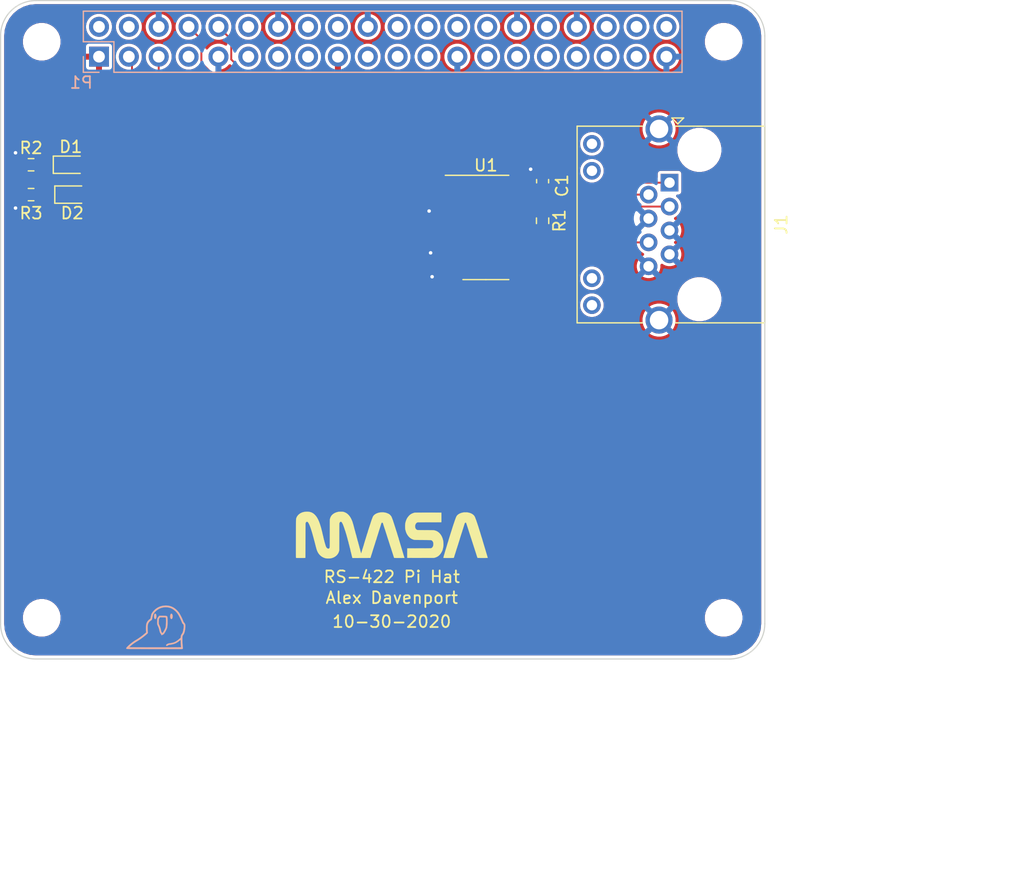
<source format=kicad_pcb>
(kicad_pcb (version 20171130) (host pcbnew "(5.1.7)-1")
  (title_block (date "15 nov 2012"))
  (layers (0 F.Cu signal) (31 B.Cu signal) (34 B.Paste user) (35 F.Paste user) (36 B.SilkS user) (37 F.SilkS user) (38 B.Mask user) (39 F.Mask user) (44 Edge.Cuts user))
  (net 0 "")
  (net 1 +3V3)
  (net 2 GND)
  (net 3 "/GPIO14(TXD0)")
  (net 4 "/GPIO15(RXD0)")
  (net 5 /RX_P)
  (net 6 /TX_N)
  (net 7 /RX_N)
  (net 8 /TX_P)
  (net 9 /LED1)
  (net 10 "Net-(D1-Pad1)")
  (net 11 /LED2)
  (net 12 "Net-(D2-Pad1)")
  (module davenport_kicad_footprints:parrot (layer B.Cu) (at 213.208 147.333 180)
    (fp_text reference G*** hide)
    (fp_text value LOGO hide)
  )
  (module davenport_kicad_footprints:logowname (layer F.Cu) (at 233.274 139.459)
    (fp_text reference G*** hide)
    (fp_text value LOGO hide)
    (fp_text user "RS-422 Pi Hat" (at 0 3.556) (layer F.SilkS))
    (fp_text user "Alex Davenport" (at 0 5.334) (layer F.SilkS))
    (fp_text user 10-30-2020 (at 0 7.366) (layer F.SilkS))
  )
  (module Resistor_SMD:R_0603_1608Metric (layer F.Cu) (at 202.594 110.503)
    (fp_text reference R3 (at 0 1.581) (layer F.SilkS))
    (fp_text value 1k)
    (pad 2 smd roundrect (at 0.825 0) (size 0.8 0.95) (layers F.Cu F.Paste F.Mask) (net 12 "Net-(D2-Pad1)"))
    (pad 1 smd roundrect (at -0.825 0) (size 0.8 0.95) (layers F.Cu F.Paste F.Mask) (net 2 GND))
  )
  (module Resistor_SMD:R_0603_1608Metric (layer F.Cu) (at 202.594 107.963)
    (fp_text reference R2 (at 0 -1.43) (layer F.SilkS))
    (fp_text value 1k)
    (pad 2 smd roundrect (at 0.825 0) (size 0.8 0.95) (layers F.Cu F.Paste F.Mask) (net 10 "Net-(D1-Pad1)"))
    (pad 1 smd roundrect (at -0.825 0) (size 0.8 0.95) (layers F.Cu F.Paste F.Mask) (net 2 GND))
  )
  (module LED_SMD:LED_0603_1608Metric (layer F.Cu) (at 206.096 110.503)
    (fp_text reference D2 (at 0 1.574) (layer F.SilkS))
    (fp_text value LED)
    (pad 2 smd roundrect (at 0.7875 0) (size 0.875 0.95) (layers F.Cu F.Paste F.Mask) (net 11 /LED2))
    (pad 1 smd roundrect (at -0.7875 0) (size 0.875 0.95) (layers F.Cu F.Paste F.Mask) (net 12 "Net-(D2-Pad1)"))
  )
  (module LED_SMD:LED_0603_1608Metric (layer F.Cu) (at 205.969 107.963)
    (fp_text reference D1 (at 0 -1.524) (layer F.SilkS))
    (fp_text value LED)
    (pad 2 smd roundrect (at 0.7875 0) (size 0.875 0.95) (layers F.Cu F.Paste F.Mask) (net 9 /LED1))
    (pad 1 smd roundrect (at -0.7875 0) (size 0.875 0.95) (layers F.Cu F.Paste F.Mask) (net 10 "Net-(D1-Pad1)"))
  )
  (module Package_SO:SOIC-14_3.9x8.7mm_P1.27mm (layer F.Cu) (at 241.275 113.297)
    (fp_text reference U1 (at 0 -5.28) (layer F.SilkS))
    (fp_text value MAX3491)
    (pad 14 smd roundrect (at 2.475 -3.81) (size 1.95 0.6) (layers F.Cu F.Paste F.Mask) (net 1 +3V3))
    (pad 13 smd roundrect (at 2.475 -2.54) (size 1.95 0.6) (layers F.Cu F.Paste F.Mask) (net 1 +3V3))
    (pad 12 smd roundrect (at 2.475 -1.27) (size 1.95 0.6) (layers F.Cu F.Paste F.Mask) (net 5 /RX_P))
    (pad 11 smd roundrect (at 2.475 0) (size 1.95 0.6) (layers F.Cu F.Paste F.Mask) (net 7 /RX_N))
    (pad 10 smd roundrect (at 2.475 1.27) (size 1.95 0.6) (layers F.Cu F.Paste F.Mask) (net 6 /TX_N))
    (pad 9 smd roundrect (at 2.475 2.54) (size 1.95 0.6) (layers F.Cu F.Paste F.Mask) (net 8 /TX_P))
    (pad 8 smd roundrect (at 2.475 3.81) (size 1.95 0.6) (layers F.Cu F.Paste F.Mask))
    (pad 7 smd roundrect (at -2.475 3.81) (size 1.95 0.6) (layers F.Cu F.Paste F.Mask) (net 2 GND))
    (pad 6 smd roundrect (at -2.475 2.54) (size 1.95 0.6) (layers F.Cu F.Paste F.Mask) (net 2 GND))
    (pad 5 smd roundrect (at -2.475 1.27) (size 1.95 0.6) (layers F.Cu F.Paste F.Mask) (net 3 "/GPIO14(TXD0)"))
    (pad 4 smd roundrect (at -2.475 0) (size 1.95 0.6) (layers F.Cu F.Paste F.Mask) (net 1 +3V3))
    (pad 3 smd roundrect (at -2.475 -1.27) (size 1.95 0.6) (layers F.Cu F.Paste F.Mask) (net 2 GND))
    (pad 2 smd roundrect (at -2.475 -2.54) (size 1.95 0.6) (layers F.Cu F.Paste F.Mask) (net 4 "/GPIO15(RXD0)"))
    (pad 1 smd roundrect (at -2.475 -3.81) (size 1.95 0.6) (layers F.Cu F.Paste F.Mask))
  )
  (module Resistor_SMD:R_0603_1608Metric (layer F.Cu) (at 246.101 112.726 270)
    (fp_text reference R1 (at 0 -1.43 90) (layer F.SilkS))
    (fp_text value 100)
    (pad 2 smd roundrect (at 0.825 0 270) (size 0.8 0.95) (layers F.Cu F.Paste F.Mask) (net 7 /RX_N))
    (pad 1 smd roundrect (at -0.825 0 270) (size 0.8 0.95) (layers F.Cu F.Paste F.Mask) (net 5 /RX_P))
  )
  (module Connector_RJ:RJ45_Amphenol_RJHSE538X (layer F.Cu) (at 256.896 109.487 270)
    (fp_text reference J1 (at 3.56 -9.5 90) (layer F.SilkS))
    (fp_text value RJ45)
    (pad 12 thru_hole circle (at 10.42 6.6 270) (size 1.5 1.5) (drill 0.89) (layers *.Cu *.Mask))
    (pad 11 thru_hole circle (at 8.13 6.6 270) (size 1.5 1.5) (drill 0.89) (layers *.Cu *.Mask))
    (pad 10 thru_hole circle (at -1.01 6.6 270) (size 1.5 1.5) (drill 0.89) (layers *.Cu *.Mask))
    (pad 9 thru_hole circle (at -3.3 6.6 270) (size 1.5 1.5) (drill 0.89) (layers *.Cu *.Mask))
    (pad SH thru_hole circle (at -4.57 0.89 270) (size 2.3 2.3) (drill 1.57) (layers *.Cu *.Mask) (net 2 GND))
    (pad SH thru_hole circle (at 11.69 0.89 270) (size 2.3 2.3) (drill 1.57) (layers *.Cu *.Mask) (net 2 GND))
    (pad "" np_thru_hole circle (at 9.91 -2.54 270) (size 3.25 3.25) (drill 3.25) (layers *.Cu *.Mask))
    (pad "" np_thru_hole circle (at -2.79 -2.54 270) (size 3.25 3.25) (drill 3.25) (layers *.Cu *.Mask))
    (pad 8 thru_hole circle (at 7.112 1.78 270) (size 1.5 1.5) (drill 0.89) (layers *.Cu *.Mask) (net 2 GND))
    (pad 6 thru_hole circle (at 5.08 1.78 270) (size 1.5 1.5) (drill 0.89) (layers *.Cu *.Mask) (net 8 /TX_P))
    (pad 4 thru_hole circle (at 3.048 1.78 270) (size 1.5 1.5) (drill 0.89) (layers *.Cu *.Mask) (net 2 GND))
    (pad 2 thru_hole circle (at 1.016 1.78 270) (size 1.5 1.5) (drill 0.89) (layers *.Cu *.Mask) (net 7 /RX_N))
    (pad 7 thru_hole circle (at 6.096 0 270) (size 1.5 1.5) (drill 0.89) (layers *.Cu *.Mask) (net 2 GND))
    (pad 5 thru_hole circle (at 4.064 0 270) (size 1.5 1.5) (drill 0.89) (layers *.Cu *.Mask) (net 2 GND))
    (pad 3 thru_hole circle (at 2.032 0 270) (size 1.5 1.5) (drill 0.89) (layers *.Cu *.Mask) (net 6 /TX_N))
    (pad 1 thru_hole rect (at 0 0 270) (size 1.5 1.5) (drill 0.89) (layers *.Cu *.Mask) (net 5 /RX_P))
  )
  (module Capacitor_SMD:C_0603_1608Metric (layer F.Cu) (at 246.101 109.36 90)
    (fp_text reference C1 (at -0.381 1.651 90) (layer F.SilkS))
    (fp_text value 100nF)
    (pad 2 smd roundrect (at 0.775 0 90) (size 0.9 0.95) (layers F.Cu F.Paste F.Mask) (net 2 GND))
    (pad 1 smd roundrect (at -0.775 0 90) (size 0.9 0.95) (layers F.Cu F.Paste F.Mask) (net 1 +3V3))
  )
  (module Connector_PinSocket_2.54mm:PinSocket_2x20_P2.54mm_Vertical (layer B.Cu) (at 208.37 98.77 270)
    (fp_text reference P1 (at 2.208 1.512) (layer B.SilkS) (effects (justify mirror)))
    (fp_text value Conn_02x20_Odd_Even)
    (pad 1 thru_hole rect (at 0 0 270) (size 1.7 1.7) (drill 1) (layers *.Cu *.Mask) (net 1 +3V3))
    (pad 2 thru_hole oval (at -2.54 0 270) (size 1.7 1.7) (drill 1) (layers *.Cu *.Mask))
    (pad 3 thru_hole oval (at 0 -2.54 270) (size 1.7 1.7) (drill 1) (layers *.Cu *.Mask) (net 9 /LED1))
    (pad 4 thru_hole oval (at -2.54 -2.54 270) (size 1.7 1.7) (drill 1) (layers *.Cu *.Mask))
    (pad 5 thru_hole oval (at 0 -5.08 270) (size 1.7 1.7) (drill 1) (layers *.Cu *.Mask) (net 11 /LED2))
    (pad 6 thru_hole oval (at -2.54 -5.08 270) (size 1.7 1.7) (drill 1) (layers *.Cu *.Mask) (net 2 GND))
    (pad 7 thru_hole oval (at 0 -7.62 270) (size 1.7 1.7) (drill 1) (layers *.Cu *.Mask))
    (pad 8 thru_hole oval (at -2.54 -7.62 270) (size 1.7 1.7) (drill 1) (layers *.Cu *.Mask) (net 3 "/GPIO14(TXD0)"))
    (pad 9 thru_hole oval (at 0 -10.16 270) (size 1.7 1.7) (drill 1) (layers *.Cu *.Mask) (net 2 GND))
    (pad 10 thru_hole oval (at -2.54 -10.16 270) (size 1.7 1.7) (drill 1) (layers *.Cu *.Mask) (net 4 "/GPIO15(RXD0)"))
    (pad 11 thru_hole oval (at 0 -12.7 270) (size 1.7 1.7) (drill 1) (layers *.Cu *.Mask))
    (pad 12 thru_hole oval (at -2.54 -12.7 270) (size 1.7 1.7) (drill 1) (layers *.Cu *.Mask))
    (pad 13 thru_hole oval (at 0 -15.24 270) (size 1.7 1.7) (drill 1) (layers *.Cu *.Mask))
    (pad 14 thru_hole oval (at -2.54 -15.24 270) (size 1.7 1.7) (drill 1) (layers *.Cu *.Mask) (net 2 GND))
    (pad 15 thru_hole oval (at 0 -17.78 270) (size 1.7 1.7) (drill 1) (layers *.Cu *.Mask))
    (pad 16 thru_hole oval (at -2.54 -17.78 270) (size 1.7 1.7) (drill 1) (layers *.Cu *.Mask))
    (pad 17 thru_hole oval (at 0 -20.32 270) (size 1.7 1.7) (drill 1) (layers *.Cu *.Mask) (net 1 +3V3))
    (pad 18 thru_hole oval (at -2.54 -20.32 270) (size 1.7 1.7) (drill 1) (layers *.Cu *.Mask))
    (pad 19 thru_hole oval (at 0 -22.86 270) (size 1.7 1.7) (drill 1) (layers *.Cu *.Mask))
    (pad 20 thru_hole oval (at -2.54 -22.86 270) (size 1.7 1.7) (drill 1) (layers *.Cu *.Mask) (net 2 GND))
    (pad 21 thru_hole oval (at 0 -25.4 270) (size 1.7 1.7) (drill 1) (layers *.Cu *.Mask))
    (pad 22 thru_hole oval (at -2.54 -25.4 270) (size 1.7 1.7) (drill 1) (layers *.Cu *.Mask))
    (pad 23 thru_hole oval (at 0 -27.94 270) (size 1.7 1.7) (drill 1) (layers *.Cu *.Mask))
    (pad 24 thru_hole oval (at -2.54 -27.94 270) (size 1.7 1.7) (drill 1) (layers *.Cu *.Mask))
    (pad 25 thru_hole oval (at 0 -30.48 270) (size 1.7 1.7) (drill 1) (layers *.Cu *.Mask) (net 2 GND))
    (pad 26 thru_hole oval (at -2.54 -30.48 270) (size 1.7 1.7) (drill 1) (layers *.Cu *.Mask))
    (pad 27 thru_hole oval (at 0 -33.02 270) (size 1.7 1.7) (drill 1) (layers *.Cu *.Mask))
    (pad 28 thru_hole oval (at -2.54 -33.02 270) (size 1.7 1.7) (drill 1) (layers *.Cu *.Mask))
    (pad 29 thru_hole oval (at 0 -35.56 270) (size 1.7 1.7) (drill 1) (layers *.Cu *.Mask))
    (pad 30 thru_hole oval (at -2.54 -35.56 270) (size 1.7 1.7) (drill 1) (layers *.Cu *.Mask) (net 2 GND))
    (pad 31 thru_hole oval (at 0 -38.1 270) (size 1.7 1.7) (drill 1) (layers *.Cu *.Mask))
    (pad 32 thru_hole oval (at -2.54 -38.1 270) (size 1.7 1.7) (drill 1) (layers *.Cu *.Mask))
    (pad 33 thru_hole oval (at 0 -40.64 270) (size 1.7 1.7) (drill 1) (layers *.Cu *.Mask))
    (pad 34 thru_hole oval (at -2.54 -40.64 270) (size 1.7 1.7) (drill 1) (layers *.Cu *.Mask) (net 2 GND))
    (pad 35 thru_hole oval (at 0 -43.18 270) (size 1.7 1.7) (drill 1) (layers *.Cu *.Mask))
    (pad 36 thru_hole oval (at -2.54 -43.18 270) (size 1.7 1.7) (drill 1) (layers *.Cu *.Mask))
    (pad 37 thru_hole oval (at 0 -45.72 270) (size 1.7 1.7) (drill 1) (layers *.Cu *.Mask))
    (pad 38 thru_hole oval (at -2.54 -45.72 270) (size 1.7 1.7) (drill 1) (layers *.Cu *.Mask))
    (pad 39 thru_hole oval (at 0 -48.26 270) (size 1.7 1.7) (drill 1) (layers *.Cu *.Mask) (net 2 GND))
    (pad 40 thru_hole oval (at -2.54 -48.26 270) (size 1.7 1.7) (drill 1) (layers *.Cu *.Mask))
  )
  (module MountingHole:MountingHole_2.7mm_M2.5 (layer F.Cu) (at 261.5 146.5)
    (fp_text reference MK4 hide)
    (fp_text value M2.5)
    (pad 1 np_thru_hole circle (at 0 0) (size 2.7 2.7) (drill 2.7) (layers *.Cu *.Mask))
  )
  (module MountingHole:MountingHole_2.7mm_M2.5 (layer F.Cu) (at 203.5 146.5)
    (fp_text reference MK3 hide)
    (fp_text value M2.5)
    (pad 1 np_thru_hole circle (at 0 0) (size 2.7 2.7) (drill 2.7) (layers *.Cu *.Mask))
  )
  (module MountingHole:MountingHole_2.7mm_M2.5 (layer F.Cu) (at 261.5 97.5 180)
    (fp_text reference MK2 hide)
    (fp_text value M2.5)
    (pad 1 np_thru_hole circle (at 0 0 180) (size 2.7 2.7) (drill 2.7) (layers *.Cu *.Mask))
  )
  (module MountingHole:MountingHole_2.7mm_M2.5 (layer F.Cu) (at 203.5 97.5 180)
    (fp_text reference MK1 hide)
    (fp_text value M2.5)
    (pad 1 np_thru_hole circle (at 0 0 180) (size 2.7 2.7) (drill 2.7) (layers *.Cu *.Mask))
  )
  (gr_line (start 200 97) (end 200 147) (layer Edge.Cuts) (width 0.1))
  (gr_arc (start 262 97) (end 262 94) (angle 90) (layer Edge.Cuts) (width 0.1))
  (gr_arc (start 262 147) (end 265 147) (angle 90) (layer Edge.Cuts) (width 0.1))
  (gr_arc (start 203 147) (end 203 150) (angle 90) (layer Edge.Cuts) (width 0.1))
  (gr_arc (start 203 97) (end 200 97) (angle 90) (layer Edge.Cuts) (width 0.1))
  (gr_line (start 262 94) (end 203 94) (layer Edge.Cuts) (width 0.1))
  (gr_line (start 265 147) (end 265 97) (layer Edge.Cuts) (width 0.1))
  (gr_line (start 203 150) (end 262 150) (layer Edge.Cuts) (width 0.1))
  (segment (start 238.66 113.437) (end 238.8 113.297) (width 0.16) (layer F.Cu) (net 1))
  (segment (start 245.326 108.585) (end 245.085 108.344) (width 0.16) (layer F.Cu) (net 2))
  (via (at 245.085 108.344) (size 0.62) (drill 0.3) (layers F.Cu B.Cu) (net 2))
  (segment (start 246.101 108.585) (end 245.326 108.585) (width 0.16) (layer F.Cu) (net 2))
  (segment (start 246.241 108.725) (end 246.101 108.585) (width 0.16) (layer F.Cu) (net 2))
  (via (at 236.576 115.456) (size 0.62) (drill 0.3) (layers F.Cu B.Cu) (net 2))
  (segment (start 236.957 115.837) (end 236.576 115.456) (width 0.16) (layer F.Cu) (net 2))
  (segment (start 238.8 115.837) (end 236.957 115.837) (width 0.16) (layer F.Cu) (net 2))
  (segment (start 237.084 117.107) (end 236.703 117.488) (width 0.16) (layer F.Cu) (net 2))
  (via (at 236.703 117.488) (size 0.62) (drill 0.3) (layers F.Cu B.Cu) (net 2))
  (segment (start 238.8 117.107) (end 237.084 117.107) (width 0.16) (layer F.Cu) (net 2))
  (via (at 201.27 106.947) (size 0.62) (drill 0.3) (layers F.Cu B.Cu) (net 2))
  (segment (start 201.769 107.446) (end 201.27 106.947) (width 0.16) (layer F.Cu) (net 2))
  (segment (start 201.769 107.963) (end 201.769 107.446) (width 0.16) (layer F.Cu) (net 2))
  (via (at 201.27 111.646) (size 0.62) (drill 0.3) (layers F.Cu B.Cu) (net 2))
  (segment (start 201.769 111.147) (end 201.27 111.646) (width 0.16) (layer F.Cu) (net 2))
  (segment (start 201.769 110.503) (end 201.769 111.147) (width 0.16) (layer F.Cu) (net 2))
  (via (at 236.449 111.9) (size 0.62) (drill 0.3) (layers F.Cu B.Cu) (net 2))
  (segment (start 236.576 112.027) (end 236.449 111.9) (width 0.16) (layer F.Cu) (net 2))
  (segment (start 238.8 112.027) (end 236.576 112.027) (width 0.16) (layer F.Cu) (net 2))
  (segment (start 217.080001 97.320001) (end 215.99 96.23) (width 0.16) (layer F.Cu) (net 3))
  (segment (start 217.080001 99.293201) (end 217.080001 97.320001) (width 0.16) (layer F.Cu) (net 3))
  (segment (start 232.3538 114.567) (end 217.080001 99.293201) (width 0.16) (layer F.Cu) (net 3))
  (segment (start 238.8 114.567) (end 232.3538 114.567) (width 0.16) (layer F.Cu) (net 3))
  (segment (start 219.620001 97.320001) (end 218.53 96.23) (width 0.16) (layer F.Cu) (net 4))
  (segment (start 219.620001 99.008001) (end 219.620001 97.320001) (width 0.16) (layer F.Cu) (net 4))
  (segment (start 231.369 110.757) (end 219.620001 99.008001) (width 0.16) (layer F.Cu) (net 4))
  (segment (start 238.8 110.757) (end 231.369 110.757) (width 0.16) (layer F.Cu) (net 4))
  (segment (start 245.975 112.027) (end 246.101 111.901) (width 0.16) (layer F.Cu) (net 5))
  (segment (start 243.75 112.027) (end 245.975 112.027) (width 0.16) (layer F.Cu) (net 5))
  (segment (start 246.101 111.901) (end 249.656 111.901) (width 0.16) (layer F.Cu) (net 5))
  (segment (start 252.07 109.487) (end 256.896 109.487) (width 0.16) (layer F.Cu) (net 5))
  (segment (start 249.656 111.901) (end 252.07 109.487) (width 0.16) (layer F.Cu) (net 5))
  (segment (start 243.75 114.567) (end 249.839438 114.567) (width 0.16) (layer F.Cu) (net 6))
  (segment (start 249.839438 114.567) (end 252.887438 111.519) (width 0.16) (layer F.Cu) (net 6))
  (segment (start 252.887438 111.519) (end 256.896 111.519) (width 0.16) (layer F.Cu) (net 6))
  (segment (start 245.847 113.297) (end 246.101 113.551) (width 0.16) (layer F.Cu) (net 7))
  (segment (start 243.75 113.297) (end 245.847 113.297) (width 0.16) (layer F.Cu) (net 7))
  (segment (start 248.514 113.551) (end 246.101 113.551) (width 0.16) (layer F.Cu) (net 7))
  (segment (start 251.562 110.503) (end 248.514 113.551) (width 0.16) (layer F.Cu) (net 7))
  (segment (start 255.116 110.503) (end 251.562 110.503) (width 0.16) (layer F.Cu) (net 7))
  (segment (start 250.292 114.567) (end 255.116 114.567) (width 0.16) (layer F.Cu) (net 8))
  (segment (start 249.022 115.837) (end 250.292 114.567) (width 0.16) (layer F.Cu) (net 8))
  (segment (start 243.75 115.837) (end 249.022 115.837) (width 0.16) (layer F.Cu) (net 8))
  (segment (start 211.176 99.036) (end 210.91 98.77) (width 0.16) (layer F.Cu) (net 9))
  (segment (start 211.176 105.677) (end 211.176 99.036) (width 0.16) (layer F.Cu) (net 9))
  (segment (start 208.89 107.963) (end 211.176 105.677) (width 0.16) (layer F.Cu) (net 9))
  (segment (start 206.7565 107.963) (end 208.89 107.963) (width 0.16) (layer F.Cu) (net 9))
  (segment (start 205.1815 107.963) (end 203.419 107.963) (width 0.16) (layer F.Cu) (net 10))
  (segment (start 213.45 103.9365) (end 213.45 98.77) (width 0.16) (layer F.Cu) (net 11))
  (segment (start 206.8835 110.503) (end 213.45 103.9365) (width 0.16) (layer F.Cu) (net 11))
  (segment (start 205.3085 110.503) (end 203.419 110.503) (width 0.16) (layer F.Cu) (net 12))
  (zone (net 1) (net_name +3V3) (layer F.Cu) (connect_pads thru_hole_only (clearance 0.254)) (min_thickness 0.254) (fill yes (arc_segments 32) (thermal_gap 0.508) (thermal_bridge_width 0.508))
    (polygon (pts (xy 265.024 150) (xy 200 150) (xy 200 93.993) (xy 265.024 93.993)))
  )
  (zone (net 2) (net_name GND) (layer B.Cu) (connect_pads (clearance 0.254)) (min_thickness 0.254) (fill yes (arc_segments 32) (thermal_gap 0.508) (thermal_bridge_width 0.508))
    (polygon (pts (xy 265.024 150) (xy 200 150) (xy 200 93.993) (xy 265.024 93.993)))
  )
)
</source>
